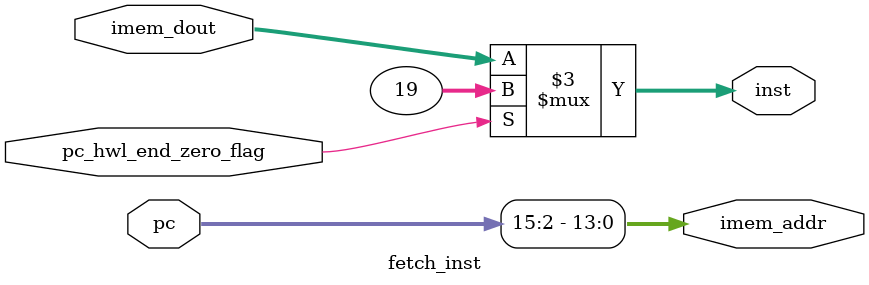
<source format=sv>

`timescale 1ns / 1ps
module fetch_inst (
    input [31:0] pc, 
    input [31:0] imem_dout,
    input logic pc_hwl_end_zero_flag,
    output reg [13:0] imem_addr, 
    output [31:0] inst
  );
    
    always @(*) begin
      imem_addr = pc[15:2]; // Set imem_addrb
    end


    // assign inst = (instsel) ? bios_dout : imem_dout;
    assign inst = (pc_hwl_end_zero_flag==1) ? 32'h00000013 : imem_dout;
endmodule


</source>
